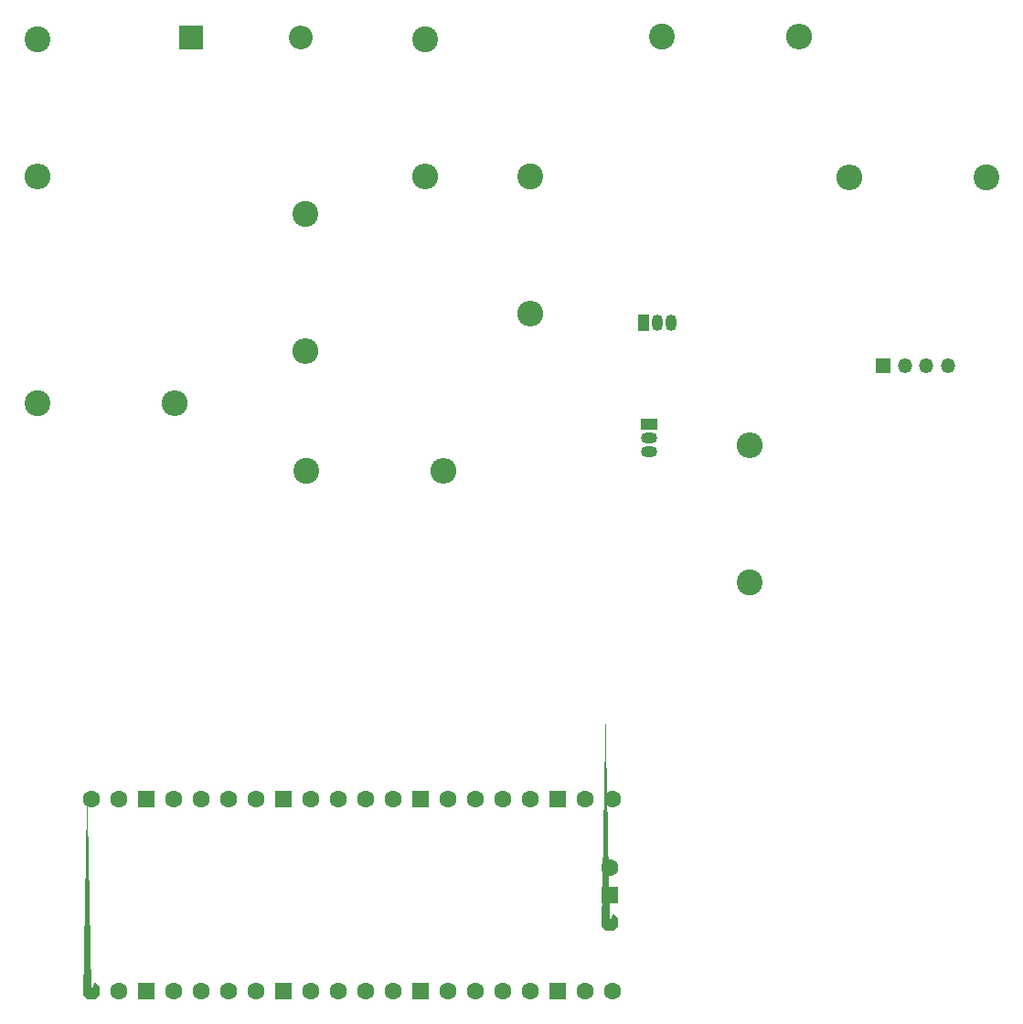
<source format=gbr>
%TF.GenerationSoftware,KiCad,Pcbnew,7.0.1*%
%TF.CreationDate,2023-05-23T10:25:22-05:00*%
%TF.ProjectId,simulacion_Carro,73696d75-6c61-4636-996f-6e5f43617272,rev?*%
%TF.SameCoordinates,Original*%
%TF.FileFunction,Copper,L2,Bot*%
%TF.FilePolarity,Positive*%
%FSLAX46Y46*%
G04 Gerber Fmt 4.6, Leading zero omitted, Abs format (unit mm)*
G04 Created by KiCad (PCBNEW 7.0.1) date 2023-05-23 10:25:22*
%MOMM*%
%LPD*%
G01*
G04 APERTURE LIST*
G04 Aperture macros list*
%AMRoundRect*
0 Rectangle with rounded corners*
0 $1 Rounding radius*
0 $2 $3 $4 $5 $6 $7 $8 $9 X,Y pos of 4 corners*
0 Add a 4 corners polygon primitive as box body*
4,1,4,$2,$3,$4,$5,$6,$7,$8,$9,$2,$3,0*
0 Add four circle primitives for the rounded corners*
1,1,$1+$1,$2,$3*
1,1,$1+$1,$4,$5*
1,1,$1+$1,$6,$7*
1,1,$1+$1,$8,$9*
0 Add four rect primitives between the rounded corners*
20,1,$1+$1,$2,$3,$4,$5,0*
20,1,$1+$1,$4,$5,$6,$7,0*
20,1,$1+$1,$6,$7,$8,$9,0*
20,1,$1+$1,$8,$9,$2,$3,0*%
%AMFreePoly0*
4,1,58,0.281242,0.792533,0.314585,0.788777,0.324216,0.782725,0.335306,0.780194,0.361541,0.759271,0.389950,0.741421,0.741421,0.389950,0.759271,0.361541,0.780194,0.335306,0.782725,0.324216,0.788777,0.314585,0.792533,0.281242,0.800000,0.248529,0.800000,-0.248529,0.792533,-0.281242,0.788777,-0.314585,0.782725,-0.324216,0.780194,-0.335306,0.759271,-0.361541,0.741421,-0.389950,
0.389950,-0.741421,0.361541,-0.759271,0.335306,-0.780194,0.324216,-0.782725,0.314585,-0.788777,0.281242,-0.792533,0.248529,-0.800000,0.000000,-0.800000,-0.248529,-0.800000,-0.281242,-0.792533,-0.314585,-0.788777,-0.324216,-0.782725,-0.335306,-0.780194,-0.361541,-0.759271,-0.389950,-0.741421,-0.741421,-0.389950,-0.759271,-0.361541,-0.780194,-0.335306,-0.782725,-0.324216,-0.788777,-0.314585,
-0.792533,-0.281242,-0.800000,-0.248529,-0.800000,0.248529,-0.792533,0.281242,-0.788777,0.314585,-0.782725,0.324216,-0.780194,0.335306,-0.759271,0.361541,-0.741421,0.389950,-0.389950,0.741421,-0.361541,0.759271,-0.335306,0.780194,-0.324216,0.782725,-0.314585,0.788777,-0.281242,0.792533,-0.248529,0.800000,0.248529,0.800000,0.281242,0.792533,0.281242,0.792533,$1*%
G04 Aperture macros list end*
%TA.AperFunction,ComponentPad*%
%ADD10C,2.400000*%
%TD*%
%TA.AperFunction,ComponentPad*%
%ADD11O,2.400000X2.400000*%
%TD*%
%TA.AperFunction,ComponentPad*%
%ADD12R,1.350000X1.350000*%
%TD*%
%TA.AperFunction,ComponentPad*%
%ADD13O,1.350000X1.350000*%
%TD*%
%TA.AperFunction,ComponentPad*%
%ADD14R,2.200000X2.200000*%
%TD*%
%TA.AperFunction,ComponentPad*%
%ADD15O,2.200000X2.200000*%
%TD*%
%TA.AperFunction,ComponentPad*%
%ADD16R,1.050000X1.500000*%
%TD*%
%TA.AperFunction,ComponentPad*%
%ADD17O,1.050000X1.500000*%
%TD*%
%TA.AperFunction,ComponentPad*%
%ADD18R,1.500000X1.050000*%
%TD*%
%TA.AperFunction,ComponentPad*%
%ADD19O,1.500000X1.050000*%
%TD*%
%TA.AperFunction,ComponentPad*%
%ADD20FreePoly0,90.000000*%
%TD*%
%TA.AperFunction,ComponentPad*%
%ADD21C,1.600000*%
%TD*%
%TA.AperFunction,ComponentPad*%
%ADD22RoundRect,0.200000X0.600000X-0.600000X0.600000X0.600000X-0.600000X0.600000X-0.600000X-0.600000X0*%
%TD*%
%TA.AperFunction,Conductor*%
%ADD23C,0.600000*%
%TD*%
G04 APERTURE END LIST*
D10*
%TO.P,R4,1*%
%TO.N,pilot_in_carg*%
X167919400Y-54864000D03*
D11*
%TO.P,R4,2*%
%TO.N,Net-(Q2-C)*%
X180619400Y-54864000D03*
%TD*%
D10*
%TO.P,R6,1*%
%TO.N,Net-(R6-Pad1)*%
X135001000Y-95021400D03*
D11*
%TO.P,R6,2*%
%TO.N,Net-(Q3-C)*%
X147701000Y-95021400D03*
%TD*%
D12*
%TO.P,J1,1,Pin_1*%
%TO.N,GND*%
X188386200Y-85293200D03*
D13*
%TO.P,J1,2,Pin_2*%
%TO.N,+3.3V*%
X190386200Y-85293200D03*
%TO.P,J1,3,Pin_3*%
%TO.N,SDA*%
X192386200Y-85293200D03*
%TO.P,J1,4,Pin_4*%
%TO.N,CLK*%
X194386200Y-85293200D03*
%TD*%
D10*
%TO.P,R9,1*%
%TO.N,Net-(R2-Pad2)*%
X155702000Y-67767200D03*
D11*
%TO.P,R9,2*%
%TO.N,GND*%
X155702000Y-80467200D03*
%TD*%
D10*
%TO.P,R1,1*%
%TO.N,Net-(D1-K)*%
X110058200Y-55041800D03*
D11*
%TO.P,R1,2*%
%TO.N,/micro/pilot_micro*%
X110058200Y-67741800D03*
%TD*%
D14*
%TO.P,D1,1,K*%
%TO.N,Net-(D1-K)*%
X124333000Y-54914800D03*
D15*
%TO.P,D1,2,A*%
%TO.N,pilot_in_carg*%
X134493000Y-54914800D03*
%TD*%
D10*
%TO.P,R7,1*%
%TO.N,/micro/pilot_micro*%
X110109000Y-88747600D03*
D11*
%TO.P,R7,2*%
%TO.N,GND*%
X122809000Y-88747600D03*
%TD*%
D16*
%TO.P,Q2,1,E*%
%TO.N,GND*%
X166243000Y-81305400D03*
D17*
%TO.P,Q2,2,B*%
%TO.N,Net-(Q2-B)*%
X167513000Y-81305400D03*
%TO.P,Q2,3,C*%
%TO.N,Net-(Q2-C)*%
X168783000Y-81305400D03*
%TD*%
D10*
%TO.P,R8,1*%
%TO.N,pilot_in_carg*%
X134874000Y-71221600D03*
D11*
%TO.P,R8,2*%
%TO.N,Net-(R6-Pad1)*%
X134874000Y-83921600D03*
%TD*%
D10*
%TO.P,R3,1*%
%TO.N,/micro/pwm1*%
X197916800Y-67843400D03*
D11*
%TO.P,R3,2*%
%TO.N,Net-(Q2-B)*%
X185216800Y-67843400D03*
%TD*%
D10*
%TO.P,R5,1*%
%TO.N,/micro/pwm2*%
X175996600Y-105384600D03*
D11*
%TO.P,R5,2*%
%TO.N,Net-(Q3-B)*%
X175996600Y-92684600D03*
%TD*%
D18*
%TO.P,Q3,1,E*%
%TO.N,GND*%
X166674800Y-90754200D03*
D19*
%TO.P,Q3,2,B*%
%TO.N,Net-(Q3-B)*%
X166674800Y-92024200D03*
%TO.P,Q3,3,C*%
%TO.N,Net-(Q3-C)*%
X166674800Y-93294200D03*
%TD*%
D10*
%TO.P,R2,1*%
%TO.N,pilot_in_carg*%
X145973800Y-55041800D03*
D11*
%TO.P,R2,2*%
%TO.N,Net-(R2-Pad2)*%
X145973800Y-67741800D03*
%TD*%
D20*
%TO.P,A1,1,GPIO0*%
%TO.N,unconnected-(A1-GPIO0-Pad1)*%
X115062000Y-143205000D03*
D21*
%TO.P,A1,2,GPIO1*%
%TO.N,unconnected-(A1-GPIO1-Pad2)*%
X117602000Y-143205000D03*
D22*
%TO.P,A1,3,GND*%
%TO.N,GND*%
X120142000Y-143205000D03*
D21*
%TO.P,A1,4,GPIO2*%
%TO.N,unconnected-(A1-GPIO2-Pad4)*%
X122682000Y-143205000D03*
%TO.P,A1,5,GPIO3*%
%TO.N,unconnected-(A1-GPIO3-Pad5)*%
X125222000Y-143205000D03*
%TO.P,A1,6,GPIO4*%
%TO.N,SDA*%
X127762000Y-143205000D03*
%TO.P,A1,7,GPIO5*%
%TO.N,SCL*%
X130302000Y-143205000D03*
D22*
%TO.P,A1,8,GND*%
%TO.N,GND*%
X132842000Y-143205000D03*
D21*
%TO.P,A1,9,GPIO6*%
%TO.N,unconnected-(A1-GPIO6-Pad9)*%
X135382000Y-143205000D03*
%TO.P,A1,10,GPIO7*%
%TO.N,unconnected-(A1-GPIO7-Pad10)*%
X137922000Y-143205000D03*
%TO.P,A1,11,GPIO8*%
%TO.N,unconnected-(A1-GPIO8-Pad11)*%
X140462000Y-143205000D03*
%TO.P,A1,12,GPIO9*%
%TO.N,unconnected-(A1-GPIO9-Pad12)*%
X143002000Y-143205000D03*
D22*
%TO.P,A1,13,GND*%
%TO.N,GND*%
X145542000Y-143205000D03*
D21*
%TO.P,A1,14,GPIO10*%
%TO.N,unconnected-(A1-GPIO10-Pad14)*%
X148082000Y-143205000D03*
%TO.P,A1,15,GPIO11*%
%TO.N,unconnected-(A1-GPIO11-Pad15)*%
X150622000Y-143205000D03*
%TO.P,A1,16,GPIO12*%
%TO.N,unconnected-(A1-GPIO12-Pad16)*%
X153162000Y-143205000D03*
%TO.P,A1,17,GPIO13*%
%TO.N,unconnected-(A1-GPIO13-Pad17)*%
X155702000Y-143205000D03*
D22*
%TO.P,A1,18,GND*%
%TO.N,GND*%
X158242000Y-143205000D03*
D21*
%TO.P,A1,19,GPIO14*%
%TO.N,/micro/pwm1*%
X160782000Y-143205000D03*
%TO.P,A1,20,GPIO15*%
%TO.N,/micro/pwm2*%
X163322000Y-143205000D03*
%TO.P,A1,21,GPIO16*%
%TO.N,unconnected-(A1-GPIO16-Pad21)*%
X163322000Y-125425000D03*
%TO.P,A1,22,GPIO17*%
%TO.N,unconnected-(A1-GPIO17-Pad22)*%
X160782000Y-125425000D03*
D22*
%TO.P,A1,23,GND*%
%TO.N,GND*%
X158242000Y-125425000D03*
D21*
%TO.P,A1,24,GPIO18*%
%TO.N,unconnected-(A1-GPIO18-Pad24)*%
X155702000Y-125425000D03*
%TO.P,A1,25,GPIO19*%
%TO.N,unconnected-(A1-GPIO19-Pad25)*%
X153162000Y-125425000D03*
%TO.P,A1,26,GPIO20*%
%TO.N,unconnected-(A1-GPIO20-Pad26)*%
X150622000Y-125425000D03*
%TO.P,A1,27,GPIO21*%
%TO.N,unconnected-(A1-GPIO21-Pad27)*%
X148082000Y-125425000D03*
D22*
%TO.P,A1,28,GND*%
%TO.N,GND*%
X145542000Y-125425000D03*
D21*
%TO.P,A1,29,GPIO22*%
%TO.N,unconnected-(A1-GPIO22-Pad29)*%
X143002000Y-125425000D03*
%TO.P,A1,30,RUN*%
%TO.N,unconnected-(A1-RUN-Pad30)*%
X140462000Y-125425000D03*
%TO.P,A1,31,GPIO26_ADC0*%
%TO.N,unconnected-(A1-GPIO26_ADC0-Pad31)*%
X137922000Y-125425000D03*
%TO.P,A1,32,GPIO27_ADC1*%
%TO.N,/micro/pilot_micro*%
X135382000Y-125425000D03*
D22*
%TO.P,A1,33,AGND*%
%TO.N,GND*%
X132842000Y-125425000D03*
D21*
%TO.P,A1,34,GPIO28_ADC2*%
%TO.N,unconnected-(A1-GPIO28_ADC2-Pad34)*%
X130302000Y-125425000D03*
%TO.P,A1,35,ADC_VREF*%
%TO.N,unconnected-(A1-ADC_VREF-Pad35)*%
X127762000Y-125425000D03*
%TO.P,A1,36,3V3*%
%TO.N,unconnected-(A1-3V3-Pad36)*%
X125222000Y-125425000D03*
%TO.P,A1,37,3V3_EN*%
%TO.N,unconnected-(A1-3V3_EN-Pad37)*%
X122682000Y-125425000D03*
D22*
%TO.P,A1,38,GND*%
%TO.N,GND*%
X120142000Y-125425000D03*
D21*
%TO.P,A1,39,VSYS*%
%TO.N,+5V*%
X117602000Y-125425000D03*
%TO.P,A1,40,VBUS*%
%TO.N,unconnected-(A1-VBUS-Pad40)*%
X115062000Y-125425000D03*
D20*
%TO.P,A1,41,SWCLK*%
%TO.N,unconnected-(A1-SWCLK-Pad41)*%
X163092000Y-136855000D03*
D22*
%TO.P,A1,42,SWGND*%
%TO.N,GND*%
X163092000Y-134315000D03*
D21*
%TO.P,A1,43,SWDIO*%
%TO.N,unconnected-(A1-SWDIO-Pad43)*%
X163092000Y-131775000D03*
%TD*%
D23*
%TO.N,GND*%
X166243000Y-81305400D02*
X166243000Y-81530400D01*
%TD*%
M02*

</source>
